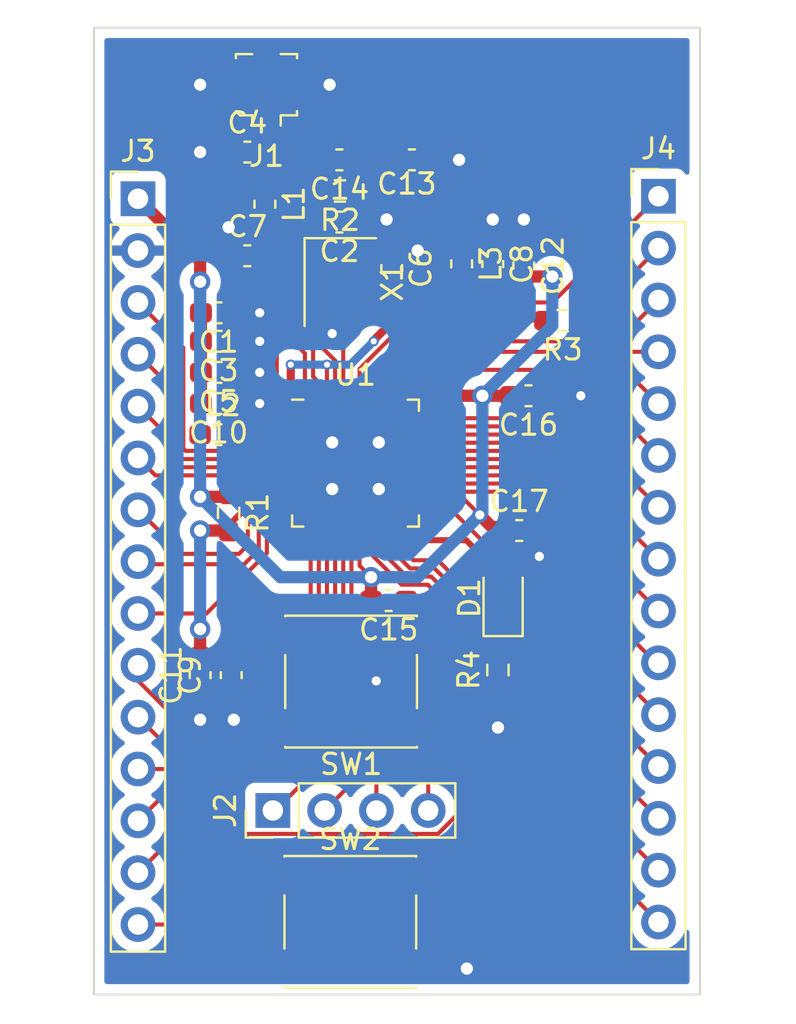
<source format=kicad_pcb>
(kicad_pcb (version 20211014) (generator pcbnew)
  (layers (0 "F.Cu" signal) (31 "B.Cu" signal) (34 "B.Paste" user) (35 "F.Paste" user) (36 "B.SilkS" user "B.Silkscreen") (37 "F.SilkS" user "F.Silkscreen") (38 "B.Mask" user) (39 "F.Mask" user) (44 "Edge.Cuts" user))
  (net 0 "")
  (net 1 "GND")
  (net 2 "+3V3")
  (net 3 "Net-(C2-Pad2)")
  (net 4 "unconnected-(C4-Pad2)")
  (net 5 "Net-(C6-Pad2)")
  (net 6 "Net-(C7-Pad2)")
  (net 7 "Net-(C11-Pad2)")
  (net 8 "Net-(C13-Pad2)")
  (net 9 "Net-(C14-Pad2)")
  (net 10 "Net-(D1-Pad2)")
  (net 11 "MTMS")
  (net 12 "MTDI")
  (net 13 "MTCK")
  (net 14 "MTDO")
  (net 15 "Net-(L2-Pad2)")
  (net 16 "Net-(L3-Pad1)")
  (net 17 "U0TXD")
  (net 18 "Net-(R3-Pad2)")
  (net 19 "Net-(SW2-Pad1)")
  (net 20 "SENSOR_VP")
  (net 21 "SENSOR_CAPP")
  (net 22 "SENSOR_CAPN")
  (net 23 "SENSOR_VN")
  (net 24 "VDET_1")
  (net 25 "VDET_2")
  (net 26 "32K_XP")
  (net 27 "32K_XN")
  (net 28 "GPIO25")
  (net 29 "GPIO26")
  (net 30 "GPIO27")
  (net 31 "GPIO2")
  (net 32 "GPIO16")
  (net 33 "GPIO17")
  (net 34 "SD_DATA2")
  (net 35 "SD_DATA3")
  (net 36 "SD_CMD")
  (net 37 "SD_CLK")
  (net 38 "SD_DATA0")
  (net 39 "SD_DATA1")
  (net 40 "GPIO5")
  (net 41 "GPIO18")
  (net 42 "GPIO23")
  (net 43 "GPIO19")
  (net 44 "GPIO22")
  (net 45 "U0RXD")
  (net 46 "GPIO21")
  (net 47 "Net-(D1-Pad1)")
  (footprint "Resistor_SMD:R_0603_1608Metric_Pad0.98x0.95mm_HandSolder" (layer "F.Cu") (at 100.076 124.8175 90)
    (fp_text reference "R4")
    (fp_text value "1.5k")
  )
  (footprint "Capacitor_SMD:C_0603_1608Metric_Pad1.08x0.95mm_HandSolder" (layer "F.Cu") (at 86.3725 107.315 180)
    (fp_text reference "C1")
    (fp_text value "10uF")
  )
  (footprint "Capacitor_SMD:C_0603_1608Metric_Pad1.08x0.95mm_HandSolder" (layer "F.Cu") (at 86.995 125.0685 90)
    (fp_text reference "C9")
    (fp_text value "100pF")
  )
  (footprint "Button_Switch_SMD:SW_Push_1P1T_NO_6x6mm_H9.5mm" (layer "F.Cu") (at 92.875 125.385 180)
    (fp_text reference "SW1")
    (fp_text value "SW_Push")
  )
  (footprint "Connector_PinHeader_2.54mm:PinHeader_1x15_P2.54mm_Vertical" (layer "F.Cu") (at 107.95 101.605)
    (fp_text reference "J4")
    (fp_text value "Conn_01x15_Male")
  )
  (footprint "Button_Switch_SMD:SW_Push_1P1T_NO_6x6mm_H9.5mm" (layer "F.Cu") (at 92.837 137.16)
    (fp_text reference "SW2")
    (fp_text value "SW_Push")
  )
  (footprint "Resistor_SMD:R_0603_1608Metric_Pad0.98x0.95mm_HandSolder" (layer "F.Cu") (at 86.868 117.1175 -90)
    (fp_text reference "R1")
    (fp_text value "10k")
  )
  (footprint "Resistor_SMD:R_0603_1608Metric_Pad0.98x0.95mm_HandSolder" (layer "F.Cu") (at 103.251 107.696 180)
    (fp_text reference "R3")
    (fp_text value "499")
  )
  (footprint "Capacitor_SMD:C_0603_1608Metric_Pad1.08x0.95mm_HandSolder" (layer "F.Cu") (at 87.7835 104.521)
    (fp_text reference "C7")
    (fp_text value "0")
  )
  (footprint "Capacitor_SMD:C_0603_1608Metric_Pad1.08x0.95mm_HandSolder" (layer "F.Cu") (at 86.3725 110.236 180)
    (fp_text reference "C5")
    (fp_text value "1uF")
  )
  (footprint "Capacitor_SMD:C_0603_1608Metric_Pad1.08x0.95mm_HandSolder" (layer "F.Cu") (at 94.7155 121.412 180)
    (fp_text reference "C15")
    (fp_text value "100pF")
  )
  (footprint "Capacitor_SMD:C_0603_1608Metric_Pad1.08x0.95mm_HandSolder" (layer "F.Cu") (at 87.7835 99.441)
    (fp_text reference "C4")
    (fp_text value "270pF")
  )
  (footprint "Inductor_SMD:L_0603_1608Metric_Pad1.05x0.95mm_HandSolder" (layer "F.Cu") (at 86.346 113.284)
    (fp_text reference "L2")
    (fp_text value "2nH")
  )
  (footprint "Connector_PinHeader_2.54mm:PinHeader_1x04_P2.54mm_Vertical" (layer "F.Cu") (at 89.037 131.699 90)
    (fp_text reference "J2")
    (fp_text value "Conn_01x04_Male")
  )
  (footprint "LED_SMD:LED_0805_2012Metric_Pad1.15x1.40mm_HandSolder" (layer "F.Cu") (at 100.33 121.294 90)
    (fp_text reference "D1")
    (fp_text value "LED")
  )
  (footprint "Capacitor_SMD:C_0603_1608Metric_Pad1.08x0.95mm_HandSolder" (layer "F.Cu") (at 94.869 105.1295 -90)
    (fp_text reference "C6")
    (fp_text value "22pF")
  )
  (footprint "Capacitor_SMD:C_0603_1608Metric_Pad1.08x0.95mm_HandSolder" (layer "F.Cu") (at 86.3725 108.712 180)
    (fp_text reference "C3")
    (fp_text value "10uF")
  )
  (footprint "Capacitor_SMD:C_0603_1608Metric_Pad1.08x0.95mm_HandSolder" (layer "F.Cu") (at 85.471 125.0685 90)
    (fp_text reference "C11")
    (fp_text value "1uf")
  )
  (footprint "Capacitor_SMD:C_0603_1608Metric_Pad1.08x0.95mm_HandSolder" (layer "F.Cu") (at 101.1185 117.983)
    (fp_text reference "C17")
    (fp_text value "10nF")
  )
  (footprint "Capacitor_SMD:C_0603_1608Metric_Pad1.08x0.95mm_HandSolder" (layer "F.Cu") (at 99.822 104.9285 -90)
    (fp_text reference "C8")
    (fp_text value "100pF")
  )
  (footprint "Connector_Coaxial:U.FL_Molex_MCRF_73412-0110_Vertical" (layer "F.Cu") (at 88.724 96.139)
    (fp_text reference "J1")
    (fp_text value "Conn_Coaxial")
  )
  (footprint "Resistor_SMD:R_0603_1608Metric_Pad0.98x0.95mm_HandSolder" (layer "F.Cu") (at 92.329 101.346 180)
    (fp_text reference "R2")
    (fp_text value "20k")
  )
  (footprint "Oscillator:Oscillator_SMD_SeikoEpson_SG210-4Pin_2.5x2.0mm_HandSoldering" (layer "F.Cu") (at 92.343 105.809 -90)
    (fp_text reference "X1")
    (fp_text value "ASE-xxxMHz")
  )
  (footprint "Capacitor_SMD:C_0603_1608Metric_Pad1.08x0.95mm_HandSolder" (layer "F.Cu") (at 95.8585 99.822 180)
    (fp_text reference "C13")
    (fp_text value "10nF")
  )
  (footprint "Capacitor_SMD:C_0603_1608Metric_Pad1.08x0.95mm_HandSolder" (layer "F.Cu") (at 101.5735 111.379 180)
    (fp_text reference "C16")
    (fp_text value "100pF")
  )
  (footprint "Inductor_SMD:L_0603_1608Metric_Pad1.05x0.95mm_HandSolder" (layer "F.Cu") (at 98.298 104.916 -90)
    (fp_text reference "L3")
    (fp_text value "2nH")
  )
  (footprint "Capacitor_SMD:C_0603_1608Metric_Pad1.08x0.95mm_HandSolder" (layer "F.Cu") (at 101.346 105.0025 -90)
    (fp_text reference "C12")
    (fp_text value "1uF")
  )
  (footprint "Connector_PinHeader_2.54mm:PinHeader_1x15_P2.54mm_Vertical" (layer "F.Cu") (at 82.423 101.727)
    (fp_text reference "J3")
    (fp_text value "Conn_01x15_Male")
  )
  (footprint "Package_DFN_QFN:QFN-48-1EP_6x6mm_P0.4mm_EP4.2x4.2mm" (layer "F.Cu") (at 93.091 114.681)
    (fp_text reference "U1")
    (fp_text value "ESP32")
  )
  (footprint "Capacitor_SMD:C_0603_1608Metric_Pad1.08x0.95mm_HandSolder" (layer "F.Cu") (at 86.3725 111.76 180)
    (fp_text reference "C10")
    (fp_text value "100pF")
  )
  (footprint "Capacitor_SMD:C_0603_1608Metric_Pad1.08x0.95mm_HandSolder" (layer "F.Cu") (at 92.3025 99.822 180)
    (fp_text reference "C14")
    (fp_text value "3.3nF")
  )
  (footprint "Inductor_SMD:L_0603_1608Metric_Pad1.05x0.95mm_HandSolder" (layer "F.Cu") (at 88.646 101.995 -90)
    (fp_text reference "L1")
    (fp_text value "390nH")
  )
  (footprint "Capacitor_SMD:C_0603_1608Metric_Pad1.08x0.95mm_HandSolder" (layer "F.Cu") (at 92.3025 102.87 180)
    (fp_text reference "C2")
    (fp_text value "22pF")
  )
  (gr_rect (start 80.264 93.345) (end 109.982 140.716) (layer "Edge.Cuts") (width 0.1) (fill none))
  (segment (start 96.848 139.446) (end 96.812 139.41) (width 0.6) (layer "F.Cu") (net 1))
  (segment (start 93.218 104.684) (end 94.452 104.684) (width 0.6) (layer "F.Cu") (net 1))
  (segment (start 87.235 110.236) (end 88.392 110.236) (width 0.6) (layer "F.Cu") (net 1))
  (segment (start 85.471 125.931) (end 85.471 127.254) (width 0.6) (layer "F.Cu") (net 1))
  (segment (start 94.615 102.743) (end 93.292 102.743) (width 0.6) (layer "F.Cu") (net 1))
  (segment (start 86.921 99.441) (end 85.471 99.441) (width 0.6) (layer "F.Cu") (net 1))
  (segment (start 87.235 107.315) (end 88.392 107.315) (width 0.6) (layer "F.Cu") (net 1))
  (segment (start 93.292 102.743) (end 93.165 102.87) (width 0.6) (layer "F.Cu") (net 1))
  (segment (start 90.199 96.139) (end 90.199 96.114) (width 0.6) (layer "F.Cu") (net 1))
  (segment (start 94.107 122.883) (end 94.107 125.349) (width 0.6) (layer "F.Cu") (net 1))
  (segment (start 93.091 102.796) (end 93.165 102.87) (width 0.6) (layer "F.Cu") (net 1))
  (segment (start 104.14 111.379) (end 102.436 111.379) (width 0.6) (layer "F.Cu") (net 1))
  (segment (start 86.995 127.127) (end 87.122 127.254) (width 0.6) (layer "F.Cu") (net 1))
  (segment (start 87.304 127.436) (end 87.122 127.254) (width 0.6) (layer "F.Cu") (net 1))
  (segment (start 86.921 103.177) (end 86.868 103.124) (width 0.6) (layer "F.Cu") (net 1))
  (segment (start 87.235 108.712) (end 87.235 107.315) (width 0.6) (layer "F.Cu") (net 1))
  (segment (start 98.171 99.822) (end 96.721 99.822) (width 0.6) (layer "F.Cu") (net 1))
  (segment (start 87.249 96.114) (end 88.724 94.639) (width 0.6) (layer "F.Cu") (net 1))
  (segment (start 87.196 125.931) (end 88.9 127.635) (width 0.6) (layer "F.Cu") (net 1))
  (segment (start 99.822 104.066) (end 99.822 102.743) (width 0.4) (layer "F.Cu") (net 1))
  (segment (start 87.235 110.236) (end 87.235 108.712) (width 0.6) (layer "F.Cu") (net 1))
  (segment (start 90.199 96.114) (end 88.724 94.639) (width 0.6) (layer "F.Cu") (net 1))
  (segment (start 101.981 117.983) (end 101.981 119.126) (width 0.6) (layer "F.Cu") (net 1))
  (segment (start 87.249 96.139) (end 85.471 96.139) (width 0.6) (layer "F.Cu") (net 1))
  (segment (start 87.235 108.712) (end 88.392 108.712) (width 0.6) (layer "F.Cu") (net 1))
  (segment (start 100.076 125.73) (end 100.076 127.635) (width 0.6) (layer "F.Cu") (net 1))
  (segment (start 86.921 104.521) (end 86.921 103.177) (width 0.6) (layer "F.Cu") (net 1))
  (segment (start 91.468 107.851) (end 91.948 108.331) (width 0.6) (layer "F.Cu") (net 1))
  (segment (start 96.139 104.267) (end 94.869 104.267) (width 0.6) (layer "F.Cu") (net 1))
  (segment (start 101.346 104.14) (end 101.346 102.743) (width 0.4) (layer "F.Cu") (net 1))
  (segment (start 91.468 106.934) (end 91.468 107.851) (width 0.6) (layer "F.Cu") (net 1))
  (segment (start 94.452 104.684) (end 94.869 104.267) (width 0.6) (layer "F.Cu") (net 1))
  (segment (start 86.995 125.931) (end 86.995 127.127) (width 0.6) (layer "F.Cu") (net 1))
  (segment (start 95.578 121.412) (end 94.107 122.883) (width 0.6) (layer "F.Cu") (net 1))
  (segment (start 98.552 139.446) (end 96.848 139.446) (width 0.6) (layer "F.Cu") (net 1))
  (segment (start 87.235 111.76) (end 88.392 111.76) (width 0.6) (layer "F.Cu") (net 1))
  (segment (start 90.199 96.139) (end 91.821 96.139) (width 0.6) (layer "F.Cu") (net 1))
  (segment (start 87.249 96.139) (end 87.249 96.114) (width 0.6) (layer "F.Cu") (net 1))
  (segment (start 87.235 111.76) (end 87.235 110.236) (width 0.6) (layer "F.Cu") (net 1))
  (segment (start 86.995 125.931) (end 87.196 125.931) (width 0.6) (layer "F.Cu") (net 1))
  (segment (start 101.981 119.126) (end 102.108 119.253) (width 0.6) (layer "F.Cu") (net 1))
  (via (at 98.171 99.822) (size 1) (drill 0.6) (layers "F.Cu" "B.Cu") (net 1))
  (via (at 94.107 125.349) (size 0.75) (drill 0.45) (layers "F.Cu" "B.Cu") (net 1))
  (via (at 88.392 107.315) (size 0.75) (drill 0.45) (layers "F.Cu" "B.Cu") (net 1))
  (via (at 104.14 111.379) (size 0.75) (drill 0.45) (layers "F.Cu" "B.Cu") (net 1))
  (via (at 100.076 127.635) (size 1) (drill 0.6) (layers "F.Cu" "B.Cu") (net 1))
  (via (at 87.122 127.254) (size 1) (drill 0.6) (layers "F.Cu" "B.Cu") (net 1))
  (via (at 101.346 102.743) (size 1) (drill 0.6) (layers "F.Cu" "B.Cu") (net 1))
  (via (at 88.392 108.712) (size 0.75) (drill 0.45) (layers "F.Cu" "B.Cu") (net 1))
  (via (at 85.471 99.441) (size 1) (drill 0.6) (layers "F.Cu" "B.Cu") (net 1))
  (via (at 94.615 102.743) (size 1) (drill 0.6) (layers "F.Cu" "B.Cu") (net 1))
  (via (at 91.821 96.139) (size 1) (drill 0.6) (layers "F.Cu" "B.Cu") (net 1))
  (via (at 99.822 102.743) (size 1) (drill 0.6) (layers "F.Cu" "B.Cu") (net 1))
  (via (at 102.108 119.253) (size 0.75) (drill 0.45) (layers "F.Cu" "B.Cu") (net 1))
  (via (at 91.948 113.665) (size 1) (drill 0.6) (layers "F.Cu" "B.Cu") (net 1))
  (via (at 88.392 111.76) (size 0.75) (drill 0.45) (layers "F.Cu" "B.Cu") (net 1))
  (via (at 94.234 113.665) (size 1) (drill 0.6) (layers "F.Cu" "B.Cu") (net 1))
  (via (at 85.471 96.139) (size 1) (drill 0.6) (layers "F.Cu" "B.Cu") (net 1))
  (via (at 96.139 104.267) (size 1) (drill 0.6) (layers "F.Cu" "B.Cu") (net 1))
  (via (at 91.948 108.331) (size 0.75) (drill 0.45) (layers "F.Cu" "B.Cu") (net 1))
  (via (at 85.471 127.254) (size 1) (drill 0.6) (layers "F.Cu" "B.Cu") (net 1))
  (via (at 94.234 115.951) (size 1) (drill 0.6) (layers "F.Cu" "B.Cu") (net 1))
  (via (at 91.948 115.951) (size 1) (drill 0.6) (layers "F.Cu" "B.Cu") (net 1))
  (via (at 98.552 139.446) (size 1) (drill 0.6) (layers "F.Cu" "B.Cu") (net 1))
  (via (at 86.868 103.124) (size 1) (drill 0.6) (layers "F.Cu" "B.Cu") (net 1))
  (via (at 88.392 110.236) (size 0.75) (drill 0.45) (layers "F.Cu" "B.Cu") (net 1))
  (segment (start 99.822 105.791) (end 98.298 105.791) (width 0.6) (layer "F.Cu") (net 2))
  (segment (start 93.291 119.707) (end 93.853 120.269) (width 0.2) (layer "F.Cu") (net 2))
  (segment (start 99.314 111.379) (end 95.631 111.379) (width 0.6) (layer "F.Cu") (net 2))
  (segment (start 85.471 111.799) (end 85.51 111.76) (width 0.6) (layer "F.Cu") (net 2))
  (segment (start 100.711 111.379) (end 99.314 111.379) (width 0.6) (layer "F.Cu") (net 2))
  (segment (start 96.041 116.481) (end 98.447 116.481) (width 0.2) (layer "F.Cu") (net 2))
  (segment (start 95.291 111.731) (end 95.291 111.719) (width 0.2) (layer "F.Cu") (net 2))
  (segment (start 101.674 105.537) (end 101.346 105.865) (width 0.6) (layer "F.Cu") (net 2))
  (segment (start 85.471 107.276) (end 85.51 107.315) (width 0.6) (layer "F.Cu") (net 2))
  (segment (start 85.471 104.775) (end 82.423 101.727) (width 0.6) (layer "F.Cu") (net 2))
  (segment (start 85.51 110.236) (end 85.51 108.712) (width 0.6) (layer "F.Cu") (net 2))
  (segment (start 99.949 117.983) (end 99.187 117.221) (width 0.6) (layer "F.Cu") (net 2))
  (segment (start 102.743 105.537) (end 101.674 105.537) (width 0.6) (layer "F.Cu") (net 2))
  (segment (start 93.291 117.631) (end 93.291 119.707) (width 0.2) (layer "F.Cu") (net 2))
  (segment (start 85.51 111.76) (end 85.51 110.236) (width 0.6) (layer "F.Cu") (net 2))
  (segment (start 85.471 116.332) (end 86.741 116.332) (width 0.6) (layer "F.Cu") (net 2))
  (segment (start 93.853 121.412) (end 93.853 120.269) (width 0.6) (layer "F.Cu") (net 2))
  (segment (start 95.291 111.719) (end 95.631 111.379) (width 0.2) (layer "F.Cu") (net 2))
  (segment (start 85.471 105.791) (end 85.471 104.775) (width 0.6) (layer "F.Cu") (net 2))
  (segment (start 85.471 113.284) (end 85.471 111.799) (width 0.6) (layer "F.Cu") (net 2))
  (segment (start 86.741 116.332) (end 86.868 116.205) (width 0.6) (layer "F.Cu") (net 2))
  (segment (start 101.346 105.865) (end 99.896 105.865) (width 0.6) (layer "F.Cu") (net 2))
  (segment (start 85.51 108.712) (end 85.51 107.315) (width 0.6) (layer "F.Cu") (net 2))
  (segment (start 85.471 105.791) (end 85.471 107.276) (width 0.6) (layer "F.Cu") (net 2))
  (segment (start 99.896 105.865) (end 99.822 105.791) (width 0.6) (layer "F.Cu") (net 2))
  (segment (start 98.447 116.481) (end 99.187 117.221) (width 0.2) (layer "F.Cu") (net 2))
  (segment (start 100.256 117.983) (end 99.949 117.983) (width 0.6) (layer "F.Cu") (net 2))
  (via (at 99.314 111.379) (size 1) (drill 0.6) (layers "F.Cu" "B.Cu") (net 2))
  (via (at 85.471 105.791) (size 1) (drill 0.6) (layers "F.Cu" "B.Cu") (net 2))
  (via (at 102.743 105.537) (size 1) (drill 0.6) (layers "F.Cu" "B.Cu") (net 2))
  (via (at 93.853 120.269) (size 1) (drill 0.6) (layers "F.Cu" "B.Cu") (net 2))
  (via (at 99.187 117.221) (size 0.75) (drill 0.45) (layers "F.Cu" "B.Cu") (net 2))
  (via (at 85.471 116.332) (size 1) (drill 0.6) (layers "F.Cu" "B.Cu") (net 2))
  (segment (start 102.743 107.95) (end 102.743 105.537) (width 0.6) (layer "B.Cu") (net 2))
  (segment (start 85.471 105.791) (end 85.471 116.332) (width 0.6) (layer "B.Cu") (net 2))
  (segment (start 99.314 111.379) (end 99.314 117.094) (width 0.6) (layer "B.Cu") (net 2))
  (segment (start 85.471 116.332) (end 89.408 120.269) (width 0.6) (layer "B.Cu") (net 2))
  (segment (start 93.853 120.269) (end 96.139 120.269) (width 0.6) (layer "B.Cu") (net 2))
  (segment (start 82.423 101.727) (end 82.296 101.6) (width 0.6) (layer "B.Cu") (net 2))
  (segment (start 99.314 117.094) (end 99.187 117.221) (width 0.6) (layer "B.Cu") (net 2))
  (segment (start 99.314 111.379) (end 102.743 107.95) (width 0.6) (layer "B.Cu") (net 2))
  (segment (start 89.408 120.269) (end 93.853 120.269) (width 0.6) (layer "B.Cu") (net 2))
  (segment (start 96.139 120.269) (end 99.187 117.221) (width 0.6) (layer "B.Cu") (net 2))
  (segment (start 92.091 111.731) (end 92.091 109.656022) (width 0.2) (layer "F.Cu") (net 3))
  (segment (start 90.493489 105.658511) (end 91.468 104.684) (width 0.2) (layer "F.Cu") (net 3))
  (segment (start 91.44 104.656) (end 91.468 104.684) (width 0.6) (layer "F.Cu") (net 3))
  (segment (start 91.44 102.87) (end 91.44 104.656) (width 0.6) (layer "F.Cu") (net 3))
  (segment (start 90.493489 108.058511) (end 90.493489 105.658511) (width 0.2) (layer "F.Cu") (net 3))
  (segment (start 92.091 109.656022) (end 90.493489 108.058511) (width 0.2) (layer "F.Cu") (net 3))
  (segment (start 88.646 99.441) (end 88.646 97.717) (width 0.6) (layer "F.Cu") (net 4))
  (segment (start 88.646 101.12) (end 88.646 99.441) (width 0.6) (layer "F.Cu") (net 4))
  (segment (start 88.646 97.717) (end 88.724 97.639) (width 0.6) (layer "F.Cu") (net 4))
  (segment (start 92.491 108.899022) (end 93.218 108.172022) (width 0.2) (layer "F.Cu") (net 5))
  (segment (start 93.218 108.172022) (end 93.218 106.934) (width 0.2) (layer "F.Cu") (net 5))
  (segment (start 94.869 105.992) (end 94.16 105.992) (width 0.6) (layer "F.Cu") (net 5))
  (segment (start 94.16 105.992) (end 93.218 106.934) (width 0.6) (layer "F.Cu") (net 5))
  (segment (start 92.491 111.731) (end 92.491 108.899022) (width 0.2) (layer "F.Cu") (net 5))
  (segment (start 89.154 105.029) (end 88.646 104.521) (width 0.35) (layer "F.Cu") (net 6))
  (segment (start 89.154 112.395) (end 89.154 105.029) (width 0.35) (layer "F.Cu") (net 6))
  (segment (start 88.646 104.521) (end 88.646 102.87) (width 0.6) (layer "F.Cu") (net 6))
  (segment (start 89.303 112.881) (end 89.154 112.732) (width 0.2) (layer "F.Cu") (net 6))
  (segment (start 89.154 112.732) (end 89.154 112.395) (width 0.2) (layer "F.Cu") (net 6))
  (segment (start 90.141 112.881) (end 89.303 112.881) (width 0.2) (layer "F.Cu") (net 6))
  (segment (start 88.646 104.521) (end 88.519 104.648) (width 0.6) (layer "F.Cu") (net 6))
  (segment (start 89.154 112.395) (end 89.154 112.268) (width 0.2) (layer "F.Cu") (net 6))
  (segment (start 85.471 122.809) (end 85.471 124.206) (width 0.6) (layer "F.Cu") (net 7))
  (segment (start 86.821 117.983) (end 86.868 118.03) (width 0.6) (layer "F.Cu") (net 7))
  (segment (start 90.141 115.681) (end 88.916 115.681) (width 0.2) (layer "F.Cu") (net 7))
  (segment (start 85.471 117.983) (end 86.821 117.983) (width 0.6) (layer "F.Cu") (net 7))
  (segment (start 88.916 115.681) (end 88.86648 115.73052) (width 0.2) (layer "F.Cu") (net 7))
  (segment (start 87.829 124.206) (end 88.9 123.135) (width 0.6) (layer "F.Cu") (net 7))
  (segment (start 86.868 118.03) (end 86.868 117.729) (width 0.3) (layer "F.Cu") (net 7))
  (segment (start 88.86648 115.73052) (end 89.027 115.73052) (width 0.3) (layer "F.Cu") (net 7))
  (segment (start 85.471 124.206) (end 86.995 124.206) (width 0.6) (layer "F.Cu") (net 7))
  (segment (start 86.868 117.729) (end 88.86648 115.73052) (width 0.3) (layer "F.Cu") (net 7))
  (segment (start 86.995 124.206) (end 87.829 124.206) (width 0.6) (layer "F.Cu") (net 7))
  (via (at 85.471 117.983) (size 1) (drill 0.6) (layers "F.Cu" "B.Cu") (net 7))
  (via (at 85.471 122.809) (size 1) (drill 0.6) (layers "F.Cu" "B.Cu") (net 7))
  (segment (start 85.471 117.983) (end 85.471 122.809) (width 0.6) (layer "B.Cu") (net 7))
  (segment (start 93.165 101.2695) (end 93.2415 101.346) (width 0.6) (layer "F.Cu") (net 8))
  (segment (start 89.694451 101.886451) (end 89.789 101.791902) (width 0.3) (layer "F.Cu") (net 8))
  (segment (start 94.996 99.06) (end 94.996 99.822) (width 0.3) (layer "F.Cu") (net 8))
  (segment (start 89.694451 102.753583) (end 89.694451 101.886451) (width 0.2) (layer "F.Cu") (net 8))
  (segment (start 89.789 100.105329) (end 90.961329 98.933) (width 0.3) (layer "F.Cu") (net 8))
  (segment (start 94.869 98.933) (end 94.996 99.06) (width 0.3) (layer "F.Cu") (net 8))
  (segment (start 89.69445 108.389484) (end 89.694451 102.753583) (width 0.2) (layer "F.Cu") (net 8))
  (segment (start 90.961329 98.933) (end 94.869 98.933) (width 0.3) (layer "F.Cu") (net 8))
  (segment (start 93.165 99.822) (end 94.996 99.822) (width 0.6) (layer "F.Cu") (net 8))
  (segment (start 90.891 111.12548) (end 90.611466 110.845946) (width 0.2) (layer "F.Cu") (net 8))
  (segment (start 90.891 111.731) (end 90.891 111.12548) (width 0.2) (layer "F.Cu") (net 8))
  (segment (start 90.611466 109.3065) (end 89.69445 108.389484) (width 0.2) (layer "F.Cu") (net 8))
  (segment (start 93.165 99.822) (end 93.165 101.2695) (width 0.6) (layer "F.Cu") (net 8))
  (segment (start 89.789 101.791902) (end 89.789 100.105329) (width 0.3) (layer "F.Cu") (net 8))
  (segment (start 90.611466 110.845946) (end 90.611466 109.3065) (width 0.2) (layer "F.Cu") (net 8))
  (segment (start 91.44 99.822) (end 91.44 101.3225) (width 0.6) (layer "F.Cu") (net 9))
  (segment (start 90.09397 108.223998) (end 90.09397 102.66853) (width 0.2) (layer "F.Cu") (net 9))
  (segment (start 91.291 111.731) (end 91.29052 111.731) (width 0.2) (layer "F.Cu") (net 9))
  (segment (start 91.291 111.731) (end 91.291 110.722) (width 0.2) (layer "F.Cu") (net 9))
  (segment (start 91.291 110.722) (end 91.010986 110.441986) (width 0.2) (layer "F.Cu") (net 9))
  (segment (start 91.010986 110.441986) (end 91.010986 109.141014) (width 0.2) (layer "F.Cu") (net 9))
  (segment (start 90.09397 102.66853) (end 91.4165 101.346) (width 0.2) (layer "F.Cu") (net 9))
  (segment (start 91.44 101.3225) (end 91.4165 101.346) (width 0.6) (layer "F.Cu") (net 9))
  (segment (start 91.010986 109.141014) (end 90.09397 108.223998) (width 0.2) (layer "F.Cu") (net 9))
  (segment (start 95.291 117.631) (end 95.291 118.233982) (width 0.2) (layer "F.Cu") (net 10))
  (segment (start 98.516644 118.455644) (end 95.583374 118.455644) (width 0.3) (layer "F.Cu") (net 10))
  (segment (start 100.33 120.269) (end 98.516644 118.455644) (width 0.3) (layer "F.Cu") (net 10))
  (segment (start 95.291 118.233982) (end 95.548018 118.491) (width 0.2) (layer "F.Cu") (net 10))
  (segment (start 92.491 117.631) (end 92.491 128.362) (width 0.2) (layer "F.Cu") (net 11))
  (segment (start 89.154 131.699) (end 89.037 131.699) (width 0.2) (layer "F.Cu") (net 11))
  (segment (start 92.491 128.362) (end 89.154 131.699) (width 0.2) (layer "F.Cu") (net 11))
  (segment (start 92.891 130.385) (end 91.577 131.699) (width 0.2) (layer "F.Cu") (net 12))
  (segment (start 92.891 117.631) (end 92.891 130.385) (width 0.2) (layer "F.Cu") (net 12))
  (segment (start 92.891 117.631) (end 92.89052 117.63148) (width 0.2) (layer "F.Cu") (net 12))
  (segment (start 95.11684 120.40216) (end 95.35216 120.63748) (width 0.2) (layer "F.Cu") (net 13))
  (segment (start 93.69148 118.9768) (end 93.691481 118.364) (width 0.2) (layer "F.Cu") (net 13))
  (segment (start 97.924511 124.084511) (end 94.117 127.892022) (width 0.2) (layer "F.Cu") (net 13))
  (segment (start 97.924511 121.927511) (end 97.924511 124.084511) (width 0.2) (layer "F.Cu") (net 13))
  (segment (start 96.63448 120.63748) (end 97.924511 121.927511) (width 0.2) (layer "F.Cu") (net 13))
  (segment (start 95.23768 120.523) (end 95.11684 120.40216) (width 0.2) (layer "F.Cu") (net 13))
  (segment (start 94.117 127.892022) (end 94.117 131.699) (width 0.2) (layer "F.Cu") (net 13))
  (segment (start 93.691 117.631) (end 93.691 118.363519) (width 0.2) (layer "F.Cu") (net 13))
  (segment (start 93.691 117.631) (end 93.69052 117.63148) (width 0.2) (layer "F.Cu") (net 13))
  (segment (start 95.11684 120.40216) (end 93.69148 118.9768) (width 0.2) (layer "F.Cu") (net 13))
  (segment (start 95.35216 120.63748) (end 96.63448 120.63748) (width 0.2) (layer "F.Cu") (net 13))
  (segment (start 93.691 118.363519) (end 93.691481 118.364) (width 0.2) (layer "F.Cu") (net 13))
  (segment (start 98.32403 124.249998) (end 98.32403 128.184992) (width 0.2) (layer "F.Cu") (net 14))
  (segment (start 98.32403 128.184992) (end 96.657 129.852022) (width 0.2) (layer "F.Cu") (net 14))
  (segment (start 95.59996 120.23796) (end 96.799966 120.23796) (width 0.2) (layer "F.Cu") (net 14))
  (segment (start 96.799966 120.23796) (end 98.324031 121.762025) (width 0.2) (layer "F.Cu") (net 14))
  (segment (start 94.091 117.631) (end 94.091 118.729) (width 0.2) (layer "F.Cu") (net 14))
  (segment (start 98.324031 121.762025) (end 98.32403 124.249998) (width 0.2) (layer "F.Cu") (net 14))
  (segment (start 96.657 129.852022) (end 96.657 131.699) (width 0.2) (layer "F.Cu") (net 14))
  (segment (start 94.091 118.729) (end 95.59996 120.23796) (width 0.2) (layer "F.Cu") (net 14))
  (segment (start 87.41848 113.48148) (end 87.41944 113.48052) (width 0.6) (layer "F.Cu") (net 15))
  (segment (start 87.221 113.284) (end 87.41848 113.48148) (width 0.6) (layer "F.Cu") (net 15))
  (segment (start 89.55229 113.48148) (end 90.17 113.48148) (width 0.6) (layer "F.Cu") (net 15))
  (segment (start 89.55133 113.48052) (end 89.55229 113.48148) (width 0.6) (layer "F.Cu") (net 15))
  (segment (start 87.41944 113.48052) (end 89.55133 113.48052) (width 0.6) (layer "F.Cu") (net 15))
  (segment (start 91.691 111.731) (end 91.69148 111.73052) (width 0.2) (layer "F.Cu") (net 16))
  (segment (start 89.916 109.855) (end 89.916 112.268) (width 0.4) (layer "F.Cu") (net 16))
  (segment (start 98.298 104.348549) (end 93.957274 108.689274) (width 0.4) (layer "F.Cu") (net 16))
  (segment (start 91.69148 111.73052) (end 91.69148 109.855) (width 0.2) (layer "F.Cu") (net 16))
  (segment (start 89.916 112.268) (end 90.02948 112.38148) (width 0.4) (layer "F.Cu") (net 16))
  (segment (start 98.298 104.041) (end 98.298 104.348549) (width 0.4) (layer "F.Cu") (net 16))
  (via (at 93.98 108.712) (size 0.5) (drill 0.3) (layers "F.Cu" "B.Cu") (net 16))
  (via (at 89.916 109.855) (size 0.5) (drill 0.3) (layers "F.Cu" "B.Cu") (net 16))
  (via (at 91.694 109.855) (size 0.5) (drill 0.3) (layers "F.Cu" "B.Cu") (net 16))
  (segment (start 91.694 109.855) (end 89.916 109.855) (width 0.4) (layer "B.Cu") (net 16))
  (segment (start 93.98 108.712) (end 92.837 109.855) (width 0.4) (layer "B.Cu") (net 16))
  (segment (start 92.837 109.855) (end 91.694 109.855) (width 0.4) (layer "B.Cu") (net 16))
  (segment (start 104.399 107.696) (end 107.95 104.145) (width 0.2) (layer "F.Cu") (net 17))
  (segment (start 104.1635 107.696) (end 104.399 107.696) (width 0.2) (layer "F.Cu") (net 17))
  (segment (start 93.691 110.226982) (end 93.691 111.731) (width 0.2) (layer "F.Cu") (net 18))
  (segment (start 102.3385 107.696) (end 96.221982 107.696) (width 0.2) (layer "F.Cu") (net 18))
  (segment (start 96.221982 107.696) (end 93.691 110.226982) (width 0.2) (layer "F.Cu") (net 18))
  (segment (start 94.89052 117.63148) (end 94.891 117.631) (width 0.2) (layer "F.Cu") (net 19))
  (segment (start 97.29863 133.248031) (end 96.812 133.734661) (width 0.2) (layer "F.Cu") (net 19))
  (segment (start 95.930932 119.43892) (end 94.89052 118.398508) (width 0.2) (layer "F.Cu") (net 19))
  (segment (start 97.30283 133.24383) (end 99.123068 131.423593) (width 0.2) (layer "F.Cu") (net 19))
  (segment (start 97.130939 119.438921) (end 95.930932 119.43892) (width 0.2) (layer "F.Cu") (net 19))
  (segment (start 97.30283 133.24383) (end 97.29863 133.24803) (width 0.2) (layer "F.Cu") (net 19))
  (segment (start 96.812 133.734661) (end 96.812 134.91) (width 0.2) (layer "F.Cu") (net 19))
  (segment (start 99.123068 121.43105) (end 97.130939 119.438921) (width 0.2) (layer "F.Cu") (net 19))
  (segment (start 99.123068 131.423593) (end 99.123068 121.43105) (width 0.2) (layer "F.Cu") (net 19))
  (segment (start 94.89052 118.398508) (end 94.89052 117.63148) (width 0.2) (layer "F.Cu") (net 19))
  (segment (start 97.29863 133.248031) (end 97.30283 133.24383) (width 0.2) (layer "F.Cu") (net 19))
  (segment (start 82.423 106.807) (end 84.64648 109.03048) (width 0.2) (layer "F.Cu") (net 20))
  (segment (start 84.75754 114.081) (end 90.141 114.081) (width 0.2) (layer "F.Cu") (net 20))
  (segment (start 84.64648 113.96994) (end 84.75754 114.081) (width 0.2) (layer "F.Cu") (net 20))
  (segment (start 84.64648 109.03048) (end 84.64648 113.96994) (width 0.2) (layer "F.Cu") (net 20))
  (segment (start 84.24696 114.135426) (end 84.24696 111.17096) (width 0.2) (layer "F.Cu") (net 21))
  (segment (start 84.592053 114.480519) (end 84.24696 114.135426) (width 0.2) (layer "F.Cu") (net 21))
  (segment (start 88.99752 114.48052) (end 84.592053 114.480519) (width 0.2) (layer "F.Cu") (net 21))
  (segment (start 84.24696 111.17096) (end 82.423 109.347) (width 0.2) (layer "F.Cu") (net 21))
  (segment (start 88.99752 114.48052) (end 90.14052 114.48052) (width 0.2) (layer "F.Cu") (net 21))
  (segment (start 84.592053 114.480519) (end 84.593014 114.48148) (width 0.2) (layer "F.Cu") (net 21))
  (segment (start 84.593014 114.48148) (end 84.593014 114.48052) (width 0.2) (layer "F.Cu") (net 21))
  (segment (start 90.14052 114.48052) (end 90.141 114.481) (width 0.2) (layer "F.Cu") (net 21))
  (segment (start 88.998 114.481) (end 88.99752 114.48052) (width 0.2) (layer "F.Cu") (net 21))
  (segment (start 84.427528 114.881) (end 90.141 114.881) (width 0.2) (layer "F.Cu") (net 22))
  (segment (start 83.847441 114.300913) (end 84.427528 114.881) (width 0.2) (layer "F.Cu") (net 22))
  (segment (start 82.423 111.887) (end 83.847441 113.311441) (width 0.2) (layer "F.Cu") (net 22))
  (segment (start 83.847441 113.311441) (end 83.847441 114.300913) (width 0.2) (layer "F.Cu") (net 22))
  (segment (start 88.998 115.281) (end 88.99752 115.28052) (width 0.2) (layer "F.Cu") (net 23))
  (segment (start 88.99752 115.28052) (end 83.27652 115.28052) (width 0.2) (layer "F.Cu") (net 23))
  (segment (start 88.998 115.281) (end 90.141 115.281) (width 0.2) (layer "F.Cu") (net 23))
  (segment (start 83.27652 115.28052) (end 82.423 114.427) (width 0.2) (layer "F.Cu") (net 23))
  (segment (start 87.376 119.126) (end 84.582 119.126) (width 0.2) (layer "F.Cu") (net 24))
  (segment (start 90.141 116.081) (end 89.382006 116.081) (width 0.2) (layer "F.Cu") (net 24))
  (segment (start 87.809003 118.692997) (end 87.376 119.126) (width 0.2) (layer "F.Cu") (net 24))
  (segment (start 89.382006 116.081) (end 87.809003 117.654003) (width 0.2) (layer "F.Cu") (net 24))
  (segment (start 84.582 119.126) (end 82.423 116.967) (width 0.2) (layer "F.Cu") (net 24))
  (segment (start 87.809003 117.654003) (end 87.809003 118.692997) (width 0.2) (layer "F.Cu") (net 24))
  (segment (start 90.141 116.481) (end 89.547012 116.481) (width 0.2) (layer "F.Cu") (net 25))
  (segment (start 82.55 119.634) (end 82.423 119.507) (width 0.2) (layer "F.Cu") (net 25))
  (segment (start 88.345506 118.918494) (end 87.63 119.634) (width 0.2) (layer "F.Cu") (net 25))
  (segment (start 88.345506 117.682506) (end 88.345506 118.918494) (width 0.2) (layer "F.Cu") (net 25))
  (segment (start 87.63 119.634) (end 82.55 119.634) (width 0.2) (layer "F.Cu") (net 25))
  (segment (start 89.547012 116.481) (end 88.345506 117.682506) (width 0.2) (layer "F.Cu") (net 25))
  (segment (start 85.782006 122.047) (end 82.423 122.047) (width 0.2) (layer "F.Cu") (net 26))
  (segment (start 88.745026 119.08398) (end 85.782006 122.047) (width 0.2) (layer "F.Cu") (net 26))
  (segment (start 88.745026 117.847992) (end 88.745026 119.08398) (width 0.2) (layer "F.Cu") (net 26))
  (segment (start 89.712018 116.881) (end 88.745026 117.847992) (width 0.2) (layer "F.Cu") (net 26))
  (segment (start 90.141 116.881) (end 89.712018 116.881) (width 0.2) (layer "F.Cu") (net 26))
  (segment (start 90.891 117.631) (end 90.891 127.676) (width 0.2) (layer "F.Cu") (net 27))
  (segment (start 85.95428 128.86796) (end 82.423 125.33668) (width 0.2) (layer "F.Cu") (net 27))
  (segment (start 82.423 125.33668) (end 82.423 124.587) (width 0.2) (layer "F.Cu") (net 27))
  (segment (start 90.891 127.676) (end 89.69904 128.86796) (width 0.2) (layer "F.Cu") (net 27))
  (segment (start 89.69904 128.86796) (end 85.95428 128.86796) (width 0.2) (layer "F.Cu") (net 27))
  (segment (start 84.455 129.26748) (end 84.455 129.159) (width 0.2) (layer "F.Cu") (net 28))
  (segment (start 89.864526 129.26748) (end 84.455 129.26748) (width 0.2) (layer "F.Cu") (net 28))
  (segment (start 84.455 129.159) (end 82.423 127.127) (width 0.2) (layer "F.Cu") (net 28))
  (segment (start 91.291 127.841006) (end 91.291 117.631) (width 0.2) (layer "F.Cu") (net 28))
  (segment (start 89.864526 129.26748) (end 91.291 127.841006) (width 0.2) (layer "F.Cu") (net 28))
  (segment (start 91.691 128.006012) (end 90.030012 129.667) (width 0.2) (layer "F.Cu") (net 29))
  (segment (start 90.030012 129.667) (end 82.423 129.667) (width 0.2) (layer "F.Cu") (net 29))
  (segment (start 91.691 117.631) (end 91.691 128.006012) (width 0.2) (layer "F.Cu") (net 29))
  (segment (start 92.091 128.171018) (end 90.195498 130.06652) (width 0.2) (layer "F.Cu") (net 30))
  (segment (start 92.091 117.631) (end 92.091 128.171018) (width 0.2) (layer "F.Cu") (net 30))
  (segment (start 84.56348 130.06652) (end 82.423 132.207) (width 0.2) (layer "F.Cu") (net 30))
  (segment (start 90.195498 130.06652) (end 84.56348 130.06652) (width 0.2) (layer "F.Cu") (net 30))
  (segment (start 96.965452 119.83844) (end 98.723549 121.596537) (width 0.2) (layer "F.Cu") (net 31))
  (segment (start 98.723549 121.596537) (end 98.723549 131.258106) (width 0.2) (layer "F.Cu") (net 31))
  (segment (start 98.723549 131.258106) (end 97.133144 132.848511) (width 0.2) (layer "F.Cu") (net 31))
  (segment (start 94.491 118.563994) (end 95.765446 119.83844) (width 0.2) (layer "F.Cu") (net 31))
  (segment (start 94.491 117.631) (end 94.491 118.563994) (width 0.2) (layer "F.Cu") (net 31))
  (segment (start 84.321489 132.848511) (end 82.423 134.747) (width 0.2) (layer "F.Cu") (net 31))
  (segment (start 97.133144 132.848511) (end 84.321489 132.848511) (width 0.2) (layer "F.Cu") (net 31))
  (segment (start 95.765446 119.83844) (end 96.965452 119.83844) (width 0.2) (layer "F.Cu") (net 31))
  (segment (start 96.041 116.881) (end 97.704 116.881) (width 0.2) (layer "F.Cu") (net 32))
  (segment (start 100.21748 119.39448) (end 101.007618 119.39448) (width 0.2) (layer "F.Cu") (net 32))
  (segment (start 97.704 116.881) (end 100.21748 119.39448) (width 0.2) (layer "F.Cu") (net 32))
  (segment (start 97.79 137.287) (end 82.423 137.287) (width 0.2) (layer "F.Cu") (net 32))
  (segment (start 101.32952 133.74748) (end 97.79 137.287) (width 0.2) (layer "F.Cu") (net 32))
  (segment (start 101.32952 119.716382) (end 101.32952 133.74748) (width 0.2) (layer "F.Cu") (net 32))
  (segment (start 101.007618 119.39448) (end 101.32952 119.716382) (width 0.2) (layer "F.Cu") (net 32))
  (segment (start 101.476 116.081) (end 102.997 117.602) (width 0.2) (layer "F.Cu") (net 33))
  (segment (start 102.997 132.212) (end 102.997 131.318) (width 0.2) (layer "F.Cu") (net 33))
  (segment (start 102.997 131.318) (end 102.997 117.602) (width 0.2) (layer "F.Cu") (net 33))
  (segment (start 107.95 137.165) (end 102.997 132.212) (width 0.2) (layer "F.Cu") (net 33))
  (segment (start 96.041 116.081) (end 101.476 116.081) (width 0.2) (layer "F.Cu") (net 33))
  (segment (start 103.39652 117.436514) (end 103.39652 130.07152) (width 0.2) (layer "F.Cu") (net 34))
  (segment (start 96.041 115.681) (end 101.641006 115.681) (width 0.2) (layer "F.Cu") (net 34))
  (segment (start 107.95 134.625) (end 103.39652 130.07152) (width 0.2) (layer "F.Cu") (net 34))
  (segment (start 101.641006 115.681) (end 103.39652 117.436514) (width 0.2) (layer "F.Cu") (net 34))
  (segment (start 104.013 117.487988) (end 104.013 128.148) (width 0.2) (layer "F.Cu") (net 35))
  (segment (start 101.806012 115.281) (end 104.013 117.487988) (width 0.2) (layer "F.Cu") (net 35))
  (segment (start 96.041 115.281) (end 101.806012 115.281) (width 0.2) (layer "F.Cu") (net 35))
  (segment (start 104.013 128.148) (end 107.95 132.085) (width 0.2) (layer "F.Cu") (net 35))
  (segment (start 107.95 129.545) (end 104.41252 126.00752) (width 0.2) (layer "F.Cu") (net 36))
  (segment (start 104.41252 126.00752) (end 104.41252 125.74852) (width 0.2) (layer "F.Cu") (net 36))
  (segment (start 104.41252 117.322502) (end 104.41252 125.74852) (width 0.2) (layer "F.Cu") (net 36))
  (segment (start 104.412519 117.322501) (end 104.41252 117.322502) (width 0.2) (layer "F.Cu") (net 36))
  (segment (start 101.971018 114.881) (end 104.412519 117.322501) (width 0.2) (layer "F.Cu") (net 36))
  (segment (start 96.041 114.881) (end 101.971018 114.881) (width 0.2) (layer "F.Cu") (net 36))
  (segment (start 107.95 127.005) (end 104.81204 123.86704) (width 0.2) (layer "F.Cu") (net 37))
  (segment (start 104.81204 117.13104) (end 104.81204 123.78796) (width 0.2) (layer "F.Cu") (net 37))
  (segment (start 96.04148 114.48052) (end 102.16152 114.48052) (width 0.2) (layer "F.Cu") (net 37))
  (segment (start 102.16152 114.48052) (end 104.81204 117.13104) (width 0.2) (layer "F.Cu") (net 37))
  (segment (start 104.81204 123.86704) (end 104.81204 123.78796) (width 0.2) (layer "F.Cu") (net 37))
  (segment (start 96.041 114.481) (end 96.04148 114.48052) (width 0.2) (layer "F.Cu") (net 37))
  (segment (start 107.828 124.465) (end 105.21156 121.84856) (width 0.2) (layer "F.Cu") (net 38))
  (segment (start 107.95 124.465) (end 107.828 124.465) (width 0.2) (layer "F.Cu") (net 38))
  (segment (start 105.211559 116.965553) (end 105.21156 121.21356) (width 0.2) (layer "F.Cu") (net 38))
  (segment (start 102.327006 114.081) (end 105.156 116.909994) (width 0.2) (layer "F.Cu") (net 38))
  (segment (start 96.041 114.081) (end 102.327006 114.081) (width 0.2) (layer "F.Cu") (net 38))
  (segment (start 105.156 116.909994) (end 105.211559 116.965553) (width 0.2) (layer "F.Cu") (net 38))
  (segment (start 105.21156 121.84856) (end 105.21156 121.21356) (width 0.2) (layer "F.Cu") (net 38))
  (segment (start 96.04052 113.68052) (end 102.50452 113.68052) (width 0.2) (layer "F.Cu") (net 39))
  (segment (start 107.95 121.925) (end 105.611079 119.586079) (width 0.2) (layer "F.Cu") (net 39))
  (segment (start 102.50452 113.68052) (end 105.611079 116.787079) (width 0.2) (layer "F.Cu") (net 39))
  (segment (start 105.611079 119.586079) (end 105.611079 119.432921) (width 0.2) (layer "F.Cu") (net 39))
  (segment (start 105.611079 116.787079) (end 105.611079 119.432921) (width 0.2) (layer "F.Cu") (net 39))
  (segment (start 96.041 113.681) (end 96.04052 113.68052) (width 0.2) (layer "F.Cu") (net 39))
  (segment (start 106.045 117.48) (end 107.95 119.385) (width 0.2) (layer "F.Cu") (net 40))
  (segment (start 102.670007 113.281001) (end 106.045 116.655994) (width 0.2) (layer "F.Cu") (net 40))
  (segment (start 96.041 113.281) (end 102.670007 113.281001) (width 0.2) (layer "F.Cu") (net 40))
  (segment (start 106.045 116.655994) (end 106.045 117.48) (width 0.2) (layer "F.Cu") (net 40))
  (segment (start 96.041 112.881) (end 103.986 112.881) (width 0.2) (layer "F.Cu") (net 41))
  (segment (start 103.986 112.881) (end 107.95 116.845) (width 0.2) (layer "F.Cu") (net 41))
  (segment (start 96.041 112.481) (end 106.126 112.481) (width 0.2) (layer "F.Cu") (net 42))
  (segment (start 106.126 112.481) (end 107.95 114.305) (width 0.2) (layer "F.Cu") (net 42))
  (segment (start 95.504 110.109) (end 106.294 110.109) (width 0.2) (layer "F.Cu") (net 43))
  (segment (start 94.89052 110.72248) (end 95.504 110.109) (width 0.2) (layer "F.Cu") (net 43))
  (segment (start 94.89052 111.73052) (end 94.89052 110.72248) (width 0.2) (layer "F.Cu") (net 43))
  (segment (start 106.294 110.109) (end 107.95 111.765) (width 0.2) (layer "F.Cu") (net 43))
  (segment (start 94.891 111.731) (end 94.89052 111.73052) (width 0.2) (layer "F.Cu") (net 43))
  (segment (start 95.822994 109.225) (end 107.95 109.225) (width 0.2) (layer "F.Cu") (net 44))
  (segment (start 94.491 111.731) (end 94.49052 111.73052) (width 0.2) (layer "F.Cu") (net 44))
  (segment (start 94.491 111.731) (end 94.491001 110.556993) (width 0.2) (layer "F.Cu") (net 44))
  (segment (start 94.491001 110.556993) (end 95.822994 109.225) (width 0.2) (layer "F.Cu") (net 44))
  (segment (start 94.091 110.391988) (end 95.770988 108.712) (width 0.2) (layer "F.Cu") (net 45))
  (segment (start 94.091 111.731) (end 94.091 110.391988) (width 0.2) (layer "F.Cu") (net 45))
  (segment (start 105.923 108.712) (end 107.95 106.685) (width 0.2) (layer "F.Cu") (net 45))
  (segment (start 95.770988 108.712) (end 105.923 108.712) (width 0.2) (layer "F.Cu") (net 45))
  (segment (start 93.291 111.731) (end 93.291 110.061976) (width 0.2) (layer "F.Cu") (net 46))
  (segment (start 93.291 110.061976) (end 96.545976 106.807) (width 0.2) (layer "F.Cu") (net 46))
  (segment (start 96.545976 106.807) (end 102.748 106.807) (width 0.2) (layer "F.Cu") (net 46))
  (segment (start 102.748 106.807) (end 107.95 101.605) (width 0.2) (layer "F.Cu") (net 46))
  (segment (start 100.076 123.905) (end 100.076 122.573) (width 0.6) (layer "F.Cu") (net 47))
  (segment (start 100.076 122.573) (end 100.33 122.319) (width 0.6) (layer "F.Cu") (net 47))
  (zone (net 1) (net_name "GND") (layer "B.Cu") (connect_pads (clearance 0.508)) (min_thickness 0.254) (fill yes (thermal_gap 0.508) (thermal_bridge_width 0.508))
    (polygon (pts (xy 109.855 140.589) (xy 80.391 140.589) (xy 80.391 93.472) (xy 109.855 93.472)))
  )
)
</source>
